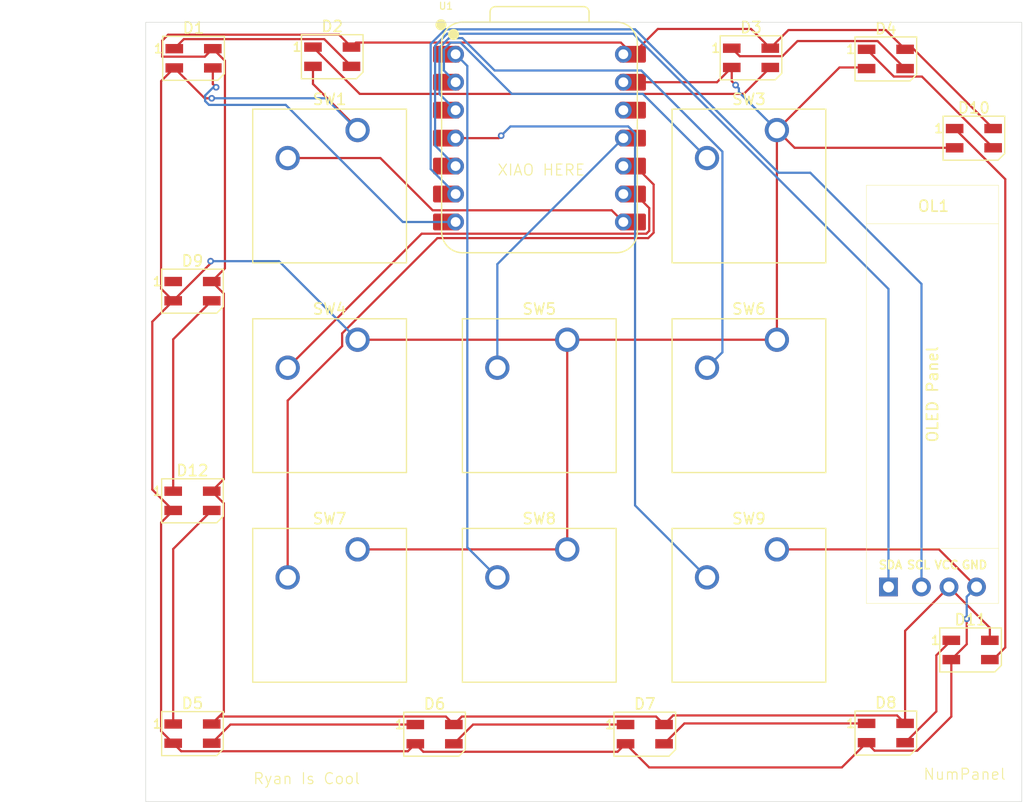
<source format=kicad_pcb>
(kicad_pcb (version 20241229) (generator "pcbnew") (generator_version "9.0")
  (layers (0 "F.Cu" signal) (2 "B.Cu" signal) (13 "F.Paste" user) (15 "B.Paste" user) (5 "F.SilkS" user "F.Silkscreen") (7 "B.SilkS" user "B.Silkscreen") (1 "F.Mask" user) (3 "B.Mask" user) (25 "Edge.Cuts" user))
  (net 0 "")
  (net 1 "Net-(D1-DOUT)")
  (net 2 "GND")
  (net 3 "+5V")
  (net 4 "Net-(D1-DIN)")
  (net 5 "Net-(D2-DOUT)")
  (net 6 "Net-(D3-DOUT)")
  (net 7 "Net-(D10-DIN)")
  (net 8 "Net-(D5-DIN)")
  (net 9 "Net-(D12-DIN)")
  (net 10 "Net-(D6-DIN)")
  (net 11 "Net-(D7-DIN)")
  (net 12 "Net-(D11-DOUT)")
  (net 14 "Net-(D12-DOUT)")
  (net 15 "Net-(D10-DOUT)")
  (net 16 "Net-(OL1-SDA)")
  (net 17 "Net-(OL1-SCL)")
  (net 18 "Net-(U1-GPIO1{slash}RX)")
  (net 19 "Net-(U1-GPIO27{slash}ADC1{slash}A1)")
  (net 20 "Net-(U1-GPIO2{slash}SCK)")
  (net 21 "Net-(U1-GPIO3{slash}MOSI)")
  (net 22 "Net-(U1-GPIO28{slash}ADC2{slash}A2)")
  (net 23 "Net-(U1-GPIO4{slash}MISO)")
  (net 24 "Net-(U1-GPIO26{slash}ADC0{slash}A0)")
  (net 25 "Net-(U1-GPIO29{slash}ADC3{slash}A3)")
  (footprint "LED_SMD:LED_SK6812MINI_PLCC4_3.5x3.5mm_P1.75mm" (layer "F.Cu") (at 131.35 104.575)
    (property "Reference" "D7" (at 0 -2.75 0) (layer "F.SilkS"))
    (property "Value" "SK6812MINI")
    (fp_line (start -2.8 -2) (end -2.8 2) (stroke (width 0.12)) (layer "F.SilkS"))
    (fp_line (start -2.8 -2) (end 2.8 -2) (stroke (width 0.12)) (layer "F.SilkS"))
    (fp_line (start -2.8 2) (end 2.2 2) (stroke (width 0.12)) (layer "F.SilkS"))
    (fp_line (start 2.8 1.4) (end 2.2 2) (stroke (width 0.12)) (layer "F.SilkS"))
    (fp_line (start 2.8 1.4) (end 2.8 -2) (stroke (width 0.12)) (layer "F.SilkS"))
    (fp_text user "1" (at -3.2 -0.875 0) (layer "F.SilkS") (effects (font (size 0.8 0.8))))
    (pad "1" smd rect (at -1.75 -0.875) (size 1.6 0.85) (layers "F.Cu" "F.Mask" "F.Paste") (net 10 "Net-(D6-DIN)"))
    (pad "2" smd rect (at -1.75 0.875) (size 1.6 0.85) (layers "F.Cu" "F.Mask" "F.Paste") (net 2 "GND"))
    (pad "3" smd rect (at 1.75 0.875) (size 1.6 0.85) (layers "F.Cu" "F.Mask" "F.Paste") (net 11 "Net-(D7-DIN)"))
    (pad "4" smd rect (at 1.75 -0.875) (size 1.6 0.85) (layers "F.Cu" "F.Mask" "F.Paste") (net 3 "+5V"))
  )
  (footprint "LED_SMD:LED_SK6812MINI_PLCC4_3.5x3.5mm_P1.75mm" (layer "F.Cu") (at 102.95 43.025)
    (property "Reference" "D2" (at 0 -2.75 0) (layer "F.SilkS"))
    (property "Value" "SK6812MINI")
    (fp_line (start -2.8 -2) (end -2.8 2) (stroke (width 0.12)) (layer "F.SilkS"))
    (fp_line (start -2.8 -2) (end 2.8 -2) (stroke (width 0.12)) (layer "F.SilkS"))
    (fp_line (start -2.8 2) (end 2.2 2) (stroke (width 0.12)) (layer "F.SilkS"))
    (fp_line (start 2.8 1.4) (end 2.2 2) (stroke (width 0.12)) (layer "F.SilkS"))
    (fp_line (start 2.8 1.4) (end 2.8 -2) (stroke (width 0.12)) (layer "F.SilkS"))
    (fp_text user "1" (at -3.2 -0.875 0) (layer "F.SilkS") (effects (font (size 0.8 0.8))))
    (pad "1" smd rect (at -1.75 -0.875) (size 1.6 0.85) (layers "F.Cu" "F.Mask" "F.Paste") (net 5 "Net-(D2-DOUT)"))
    (pad "2" smd rect (at -1.75 0.875) (size 1.6 0.85) (layers "F.Cu" "F.Mask" "F.Paste") (net 2 "GND"))
    (pad "3" smd rect (at 1.75 0.875) (size 1.6 0.85) (layers "F.Cu" "F.Mask" "F.Paste") (net 1 "Net-(D1-DOUT)"))
    (pad "4" smd rect (at 1.75 -0.875) (size 1.6 0.85) (layers "F.Cu" "F.Mask" "F.Paste") (net 3 "+5V"))
  )
  (footprint "LED_SMD:LED_SK6812MINI_PLCC4_3.5x3.5mm_P1.75mm" (layer "F.Cu") (at 141 43.125)
    (property "Reference" "D3" (at 0 -2.75 0) (layer "F.SilkS"))
    (property "Value" "SK6812MINI")
    (fp_line (start -2.8 -2) (end -2.8 2) (stroke (width 0.12)) (layer "F.SilkS"))
    (fp_line (start -2.8 -2) (end 2.8 -2) (stroke (width 0.12)) (layer "F.SilkS"))
    (fp_line (start -2.8 2) (end 2.2 2) (stroke (width 0.12)) (layer "F.SilkS"))
    (fp_line (start 2.8 1.4) (end 2.2 2) (stroke (width 0.12)) (layer "F.SilkS"))
    (fp_line (start 2.8 1.4) (end 2.8 -2) (stroke (width 0.12)) (layer "F.SilkS"))
    (fp_text user "1" (at -3.2 -0.875 0) (layer "F.SilkS") (effects (font (size 0.8 0.8))))
    (pad "1" smd rect (at -1.75 -0.875) (size 1.6 0.85) (layers "F.Cu" "F.Mask" "F.Paste") (net 6 "Net-(D3-DOUT)"))
    (pad "2" smd rect (at -1.75 0.875) (size 1.6 0.85) (layers "F.Cu" "F.Mask" "F.Paste") (net 2 "GND"))
    (pad "3" smd rect (at 1.75 0.875) (size 1.6 0.85) (layers "F.Cu" "F.Mask" "F.Paste") (net 5 "Net-(D2-DOUT)"))
    (pad "4" smd rect (at 1.75 -0.875) (size 1.6 0.85) (layers "F.Cu" "F.Mask" "F.Paste") (net 3 "+5V"))
  )
  (footprint "LED_SMD:LED_SK6812MINI_PLCC4_3.5x3.5mm_P1.75mm" (layer "F.Cu") (at 161.25 50.425)
    (property "Reference" "D10" (at 0 -2.75 0) (layer "F.SilkS"))
    (property "Value" "SK6812MINI")
    (fp_line (start -2.8 -2) (end -2.8 2) (stroke (width 0.12)) (layer "F.SilkS"))
    (fp_line (start -2.8 -2) (end 2.8 -2) (stroke (width 0.12)) (layer "F.SilkS"))
    (fp_line (start -2.8 2) (end 2.2 2) (stroke (width 0.12)) (layer "F.SilkS"))
    (fp_line (start 2.8 1.4) (end 2.2 2) (stroke (width 0.12)) (layer "F.SilkS"))
    (fp_line (start 2.8 1.4) (end 2.8 -2) (stroke (width 0.12)) (layer "F.SilkS"))
    (fp_text user "1" (at -3.2 -0.875 0) (layer "F.SilkS") (effects (font (size 0.8 0.8))))
    (pad "1" smd rect (at -1.75 -0.875) (size 1.6 0.85) (layers "F.Cu" "F.Mask" "F.Paste") (net 15 "Net-(D10-DOUT)"))
    (pad "2" smd rect (at -1.75 0.875) (size 1.6 0.85) (layers "F.Cu" "F.Mask" "F.Paste") (net 2 "GND"))
    (pad "3" smd rect (at 1.75 0.875) (size 1.6 0.85) (layers "F.Cu" "F.Mask" "F.Paste") (net 7 "Net-(D10-DIN)"))
    (pad "4" smd rect (at 1.75 -0.875) (size 1.6 0.85) (layers "F.Cu" "F.Mask" "F.Paste") (net 3 "+5V"))
  )
  (footprint "OLED:SSD1306-0.91-OLED-4pin-128x32" (layer "F.Cu") (at 163.49 54.7 -90)
    (property "Reference" "OL1" (at 1.9 5.91 0) (layer "F.SilkS"))
    (property "Value" "OLED")
    (fp_line (start 0 12) (end 38 12) (stroke (width 0.04)) (layer "F.SilkS"))
    (fp_line (start 38 12) (end 38 0) (stroke (width 0.04)) (layer "F.SilkS"))
    (fp_line (start 0 0) (end 0 12) (stroke (width 0.04)) (layer "F.SilkS"))
    (fp_line (start 3.5 0) (end 3.5 12) (stroke (width 0.04)) (layer "F.SilkS"))
    (fp_line (start 33 0) (end 33 12) (stroke (width 0.04)) (layer "F.SilkS"))
    (fp_line (start 38 0) (end 0 0) (stroke (width 0.04)) (layer "F.SilkS"))
    (fp_text user "SCL" (at 34.5 7.27 0) (layer "F.SilkS") (effects (font (size 0.75 0.75))))
    (fp_text user "OLED Panel" (at 19 6 90) (layer "F.SilkS"))
    (fp_text user "SDA" (at 34.5 9.81 0) (layer "F.SilkS") (effects (font (size 0.75 0.75))))
    (fp_text user "VCC" (at 34.5 4.73 0) (layer "F.SilkS") (effects (font (size 0.75 0.75))))
    (fp_text user "GND" (at 34.5 2.19 0) (layer "F.SilkS") (effects (font (size 0.75 0.75))))
    (pad "1" thru_hole rect (at 36.5 10 270) (size 1.7 1.7) (drill 1) (layers "*.Cu" "*.Mask") (net 16 "Net-(OL1-SDA)"))
    (pad "2" thru_hole oval (at 36.5 7 270) (size 1.7 1.7) (drill 1) (layers "*.Cu" "*.Mask") (net 17 "Net-(OL1-SCL)"))
    (pad "3" thru_hole oval (at 36.5 4.5 270) (size 1.7 1.7) (drill 1) (layers "*.Cu" "*.Mask") (net 3 "+5V"))
    (pad "4" thru_hole oval (at 36.5 2 270) (size 1.7 1.7) (drill 1) (layers "*.Cu" "*.Mask") (net 2 "GND"))
  )
  (footprint "Button_Switch_Keyboard:SW_Cherry_MX_1.00u_PCB" (layer "F.Cu") (at 143.35125 87.78875)
    (property "Reference" "SW9" (at -2.54 -2.794 0) (layer "F.SilkS"))
    (property "Value" "SW_Push")
    (fp_line (start -9.525 -1.905) (end 4.445 -1.905) (stroke (width 0.12)) (layer "F.SilkS"))
    (fp_line (start -9.525 12.065) (end -9.525 -1.905) (stroke (width 0.12)) (layer "F.SilkS"))
    (fp_line (start 4.445 -1.905) (end 4.445 12.065) (stroke (width 0.12)) (layer "F.SilkS"))
    (fp_line (start 4.445 12.065) (end -9.525 12.065) (stroke (width 0.12)) (layer "F.SilkS"))
    (pad "" np_thru_hole circle (at -7.62 5.08) (size 1.7 1.7) (drill 1.7) (layers "*.Cu" "*.Mask"))
    (pad "" np_thru_hole circle (at -2.54 5.08) (size 4 4) (drill 4) (layers "*.Cu" "*.Mask"))
    (pad "" np_thru_hole circle (at 2.54 5.08) (size 1.7 1.7) (drill 1.7) (layers "*.Cu" "*.Mask"))
    (pad "1" thru_hole circle (at 0 0) (size 2.2 2.2) (drill 1.5) (layers "*.Cu" "*.Mask") (net 2 "GND"))
    (pad "2" thru_hole circle (at -6.35 2.54) (size 2.2 2.2) (drill 1.5) (layers "*.Cu" "*.Mask") (net 25 "Net-(U1-GPIO29{slash}ADC3{slash}A3)"))
  )
  (footprint "OPL:XIAO-RP2040-DIP" (layer "F.Cu") (at 121.78 50.42)
    (property "Reference" "U1" (at -8.5 -12 0) (layer "F.SilkS") (effects (font (size 0.635 0.635) (thickness 0.1016))))
    (property "Value" "XIAO-RP2040-DIP")
    (fp_line (start -8.89 8.509) (end -8.89 -8.636) (stroke (width 0.127)) (layer "F.SilkS"))
    (fp_line (start -6.985 10.414) (end 6.985 10.414) (stroke (width 0.127)) (layer "F.SilkS"))
    (fp_line (start -4.495 -10.541) (end -4.491272 -11.451272) (stroke (width 0.127)) (layer "F.SilkS"))
    (fp_line (start -3.991272 -11.951) (end 4.004 -11.951) (stroke (width 0.127)) (layer "F.SilkS"))
    (fp_line (start 4.504 -11.451) (end 4.504 -10.541) (stroke (width 0.127)) (layer "F.SilkS"))
    (fp_line (start 6.985 -10.541) (end -6.985 -10.541) (stroke (width 0.1)) (layer "F.SilkS"))
    (fp_line (start 6.985 -10.541) (end -6.985 -10.541) (stroke (width 0.127)) (layer "F.SilkS"))
    (fp_line (start 8.89 8.509) (end 8.89 -8.636) (stroke (width 0.127)) (layer "F.SilkS"))
    (fp_arc (start -8.89 -8.636) (mid -8.332038 -9.983038) (end -6.985 -10.541) (stroke (width 0.127)) (layer "F.SilkS"))
    (fp_arc (start -6.985 10.414) (mid -8.332038 9.856038) (end -8.89 8.509) (stroke (width 0.127)) (layer "F.SilkS"))
    (fp_arc (start -4.491272 -11.451272) (mid -4.344728 -11.80464) (end -3.991272 -11.951) (stroke (width 0.127)) (layer "F.SilkS"))
    (fp_arc (start 4.004 -11.951) (mid 4.357553 -11.804553) (end 4.504 -11.451) (stroke (width 0.127)) (layer "F.SilkS"))
    (fp_arc (start 6.985 -10.541) (mid 8.332038 -9.983038) (end 8.89 -8.636) (stroke (width 0.127)) (layer "F.SilkS"))
    (fp_arc (start 8.89 8.509) (mid 8.332038 9.856038) (end 6.985 10.414) (stroke (width 0.127)) (layer "F.SilkS"))
    (fp_circle (center -8.95 -10.3) (end -8.95 -10.554) (stroke (width 0.5)) (fill yes) (layer "F.SilkS"))
    (fp_circle (center -7.807 -9.42) (end -7.807 -9.674) (stroke (width 0.5)) (fill yes) (layer "F.SilkS"))
    (pad "1" smd roundrect (at -8.455 -7.62 180) (size 2.432 1.524) (layers "F.Cu" "F.Mask") (roundrect_rratio 0.1) (net 24 "Net-(U1-GPIO26{slash}ADC0{slash}A0)"))
    (pad "1" thru_hole circle (at -7.62 -7.62 180) (size 1.524 1.524) (drill 0.889) (layers "*.Cu" "*.Mask") (net 24 "Net-(U1-GPIO26{slash}ADC0{slash}A0)"))
    (pad "2" smd roundrect (at -8.455 -5.08 180) (size 2.432 1.524) (layers "F.Cu" "F.Mask") (roundrect_rratio 0.1) (net 19 "Net-(U1-GPIO27{slash}ADC1{slash}A1)"))
    (pad "2" thru_hole circle (at -7.62 -5.08 180) (size 1.524 1.524) (drill 0.889) (layers "*.Cu" "*.Mask") (net 19 "Net-(U1-GPIO27{slash}ADC1{slash}A1)"))
    (pad "3" smd roundrect (at -8.455 -2.54 180) (size 2.432 1.524) (layers "F.Cu" "F.Mask") (roundrect_rratio 0.1) (net 22 "Net-(U1-GPIO28{slash}ADC2{slash}A2)"))
    (pad "3" thru_hole circle (at -7.62 -2.54 180) (size 1.524 1.524) (drill 0.889) (layers "*.Cu" "*.Mask") (net 22 "Net-(U1-GPIO28{slash}ADC2{slash}A2)"))
    (pad "4" smd roundrect (at -8.455 0 180) (size 2.432 1.524) (layers "F.Cu" "F.Mask") (roundrect_rratio 0.1) (net 25 "Net-(U1-GPIO29{slash}ADC3{slash}A3)"))
    (pad "4" thru_hole circle (at -7.62 0 180) (size 1.524 1.524) (drill 0.889) (layers "*.Cu" "*.Mask") (net 25 "Net-(U1-GPIO29{slash}ADC3{slash}A3)"))
    (pad "5" smd roundrect (at -8.455 2.54 180) (size 2.432 1.524) (layers "F.Cu" "F.Mask") (roundrect_rratio 0.1) (net 16 "Net-(OL1-SDA)"))
    (pad "5" thru_hole circle (at -7.62 2.54 180) (size 1.524 1.524) (drill 0.889) (layers "*.Cu" "*.Mask") (net 16 "Net-(OL1-SDA)"))
    (pad "6" smd roundrect (at -8.455 5.08 180) (size 2.432 1.524) (layers "F.Cu" "F.Mask") (roundrect_rratio 0.1) (net 17 "Net-(OL1-SCL)"))
    (pad "6" thru_hole circle (at -7.62 5.08 180) (size 1.524 1.524) (drill 0.889) (layers "*.Cu" "*.Mask") (net 17 "Net-(OL1-SCL)"))
    (pad "7" smd roundrect (at -8.455 7.62 180) (size 2.432 1.524) (layers "F.Cu" "F.Mask") (roundrect_rratio 0.1) (net 4 "Net-(D1-DIN)"))
    (pad "7" thru_hole circle (at -7.62 7.62 180) (size 1.524 1.524) (drill 0.889) (layers "*.Cu" "*.Mask") (net 4 "Net-(D1-DIN)"))
    (pad "8" thru_hole circle (at 7.62 7.62) (size 1.524 1.524) (drill 0.889) (layers "*.Cu" "*.Mask") (net 18 "Net-(U1-GPIO1{slash}RX)"))
    (pad "8" smd roundrect (at 8.455 7.62) (size 2.432 1.524) (layers "F.Cu" "F.Mask") (roundrect_rratio 0.1) (net 18 "Net-(U1-GPIO1{slash}RX)"))
    (pad "9" thru_hole circle (at 7.62 5.08) (size 1.524 1.524) (drill 0.889) (layers "*.Cu" "*.Mask") (net 20 "Net-(U1-GPIO2{slash}SCK)"))
    (pad "9" smd roundrect (at 8.455 5.08) (size 2.432 1.524) (layers "F.Cu" "F.Mask") (roundrect_rratio 0.1) (net 20 "Net-(U1-GPIO2{slash}SCK)"))
    (pad "10" thru_hole circle (at 7.62 2.54) (size 1.524 1.524) (drill 0.889) (layers "*.Cu" "*.Mask") (net 23 "Net-(U1-GPIO4{slash}MISO)"))
    (pad "10" smd roundrect (at 8.455 2.54) (size 2.432 1.524) (layers "F.Cu" "F.Mask") (roundrect_rratio 0.1) (net 23 "Net-(U1-GPIO4{slash}MISO)"))
    (pad "11" thru_hole circle (at 7.62 0) (size 1.524 1.524) (drill 0.889) (layers "*.Cu" "*.Mask") (net 21 "Net-(U1-GPIO3{slash}MOSI)"))
    (pad "11" smd roundrect (at 8.455 0) (size 2.432 1.524) (layers "F.Cu" "F.Mask") (roundrect_rratio 0.1) (net 21 "Net-(U1-GPIO3{slash}MOSI)"))
    (pad "12" thru_hole circle (at 7.62 -2.54) (size 1.524 1.524) (drill 0.889) (layers "*.Cu" "*.Mask"))
    (pad "12" smd roundrect (at 8.455 -2.54) (size 2.432 1.524) (layers "F.Cu" "F.Mask") (roundrect_rratio 0.1))
    (pad "13" thru_hole circle (at 7.62 -5.08) (size 1.524 1.524) (drill 0.889) (layers "*.Cu" "*.Mask") (net 2 "GND"))
    (pad "13" smd roundrect (at 8.455 -5.08) (size 2.432 1.524) (layers "F.Cu" "F.Mask") (roundrect_rratio 0.1) (net 2 "GND"))
    (pad "14" thru_hole circle (at 7.62 -7.62) (size 1.524 1.524) (drill 0.889) (layers "*.Cu" "*.Mask") (net 3 "+5V"))
    (pad "14" smd roundrect (at 8.455 -7.62) (size 2.432 1.524) (layers "F.Cu" "F.Mask") (roundrect_rratio 0.1) (net 3 "+5V"))
  )
  (footprint "Button_Switch_Keyboard:SW_Cherry_MX_1.00u_PCB" (layer "F.Cu") (at 105.25125 68.73875)
    (property "Reference" "SW4" (at -2.54 -2.794 0) (layer "F.SilkS"))
    (property "Value" "SW_Push")
    (fp_line (start -9.525 -1.905) (end 4.445 -1.905) (stroke (width 0.12)) (layer "F.SilkS"))
    (fp_line (start -9.525 12.065) (end -9.525 -1.905) (stroke (width 0.12)) (layer "F.SilkS"))
    (fp_line (start 4.445 -1.905) (end 4.445 12.065) (stroke (width 0.12)) (layer "F.SilkS"))
    (fp_line (start 4.445 12.065) (end -9.525 12.065) (stroke (width 0.12)) (layer "F.SilkS"))
    (pad "" np_thru_hole circle (at -7.62 5.08) (size 1.7 1.7) (drill 1.7) (layers "*.Cu" "*.Mask"))
    (pad "" np_thru_hole circle (at -2.54 5.08) (size 4 4) (drill 4) (layers "*.Cu" "*.Mask"))
    (pad "" np_thru_hole circle (at 2.54 5.08) (size 1.7 1.7) (drill 1.7) (layers "*.Cu" "*.Mask"))
    (pad "1" thru_hole circle (at 0 0) (size 2.2 2.2) (drill 1.5) (layers "*.Cu" "*.Mask") (net 2 "GND"))
    (pad "2" thru_hole circle (at -6.35 2.54) (size 2.2 2.2) (drill 1.5) (layers "*.Cu" "*.Mask") (net 20 "Net-(U1-GPIO2{slash}SCK)"))
  )
  (footprint "LED_SMD:LED_SK6812MINI_PLCC4_3.5x3.5mm_P1.75mm" (layer "F.Cu") (at 112.25 104.575)
    (property "Reference" "D6" (at 0 -2.75 0) (layer "F.SilkS"))
    (property "Value" "SK6812MINI")
    (fp_line (start -2.8 -2) (end -2.8 2) (stroke (width 0.12)) (layer "F.SilkS"))
    (fp_line (start -2.8 -2) (end 2.8 -2) (stroke (width 0.12)) (layer "F.SilkS"))
    (fp_line (start -2.8 2) (end 2.2 2) (stroke (width 0.12)) (layer "F.SilkS"))
    (fp_line (start 2.8 1.4) (end 2.2 2) (stroke (width 0.12)) (layer "F.SilkS"))
    (fp_line (start 2.8 1.4) (end 2.8 -2) (stroke (width 0.12)) (layer "F.SilkS"))
    (fp_text user "1" (at -3.2 -0.875 0) (layer "F.SilkS") (effects (font (size 0.8 0.8))))
    (pad "1" smd rect (at -1.75 -0.875) (size 1.6 0.85) (layers "F.Cu" "F.Mask" "F.Paste") (net 8 "Net-(D5-DIN)"))
    (pad "2" smd rect (at -1.75 0.875) (size 1.6 0.85) (layers "F.Cu" "F.Mask" "F.Paste") (net 2 "GND"))
    (pad "3" smd rect (at 1.75 0.875) (size 1.6 0.85) (layers "F.Cu" "F.Mask" "F.Paste") (net 10 "Net-(D6-DIN)"))
    (pad "4" smd rect (at 1.75 -0.875) (size 1.6 0.85) (layers "F.Cu" "F.Mask" "F.Paste") (net 3 "+5V"))
  )
  (footprint "LED_SMD:LED_SK6812MINI_PLCC4_3.5x3.5mm_P1.75mm" (layer "F.Cu") (at 153.25 43.225)
    (property "Reference" "D4" (at 0 -2.75 0) (layer "F.SilkS"))
    (property "Value" "SK6812MINI")
    (fp_line (start -2.8 -2) (end -2.8 2) (stroke (width 0.12)) (layer "F.SilkS"))
    (fp_line (start -2.8 -2) (end 2.8 -2) (stroke (width 0.12)) (layer "F.SilkS"))
    (fp_line (start -2.8 2) (end 2.2 2) (stroke (width 0.12)) (layer "F.SilkS"))
    (fp_line (start 2.8 1.4) (end 2.2 2) (stroke (width 0.12)) (layer "F.SilkS"))
    (fp_line (start 2.8 1.4) (end 2.8 -2) (stroke (width 0.12)) (layer "F.SilkS"))
    (fp_text user "1" (at -3.2 -0.875 0) (layer "F.SilkS") (effects (font (size 0.8 0.8))))
    (pad "1" smd rect (at -1.75 -0.875) (size 1.6 0.85) (layers "F.Cu" "F.Mask" "F.Paste") (net 7 "Net-(D10-DIN)"))
    (pad "2" smd rect (at -1.75 0.875) (size 1.6 0.85) (layers "F.Cu" "F.Mask" "F.Paste") (net 2 "GND"))
    (pad "3" smd rect (at 1.75 0.875) (size 1.6 0.85) (layers "F.Cu" "F.Mask" "F.Paste") (net 6 "Net-(D3-DOUT)"))
    (pad "4" smd rect (at 1.75 -0.875) (size 1.6 0.85) (layers "F.Cu" "F.Mask" "F.Paste") (net 3 "+5V"))
  )
  (footprint "LED_SMD:LED_SK6812MINI_PLCC4_3.5x3.5mm_P1.75mm" (layer "F.Cu") (at 90.35 43.167)
    (property "Reference" "D1" (at 0 -2.75 0) (layer "F.SilkS"))
    (property "Value" "SK6812MINI")
    (fp_line (start -2.8 -2) (end -2.8 2) (stroke (width 0.12)) (layer "F.SilkS"))
    (fp_line (start -2.8 -2) (end 2.8 -2) (stroke (width 0.12)) (layer "F.SilkS"))
    (fp_line (start -2.8 2) (end 2.2 2) (stroke (width 0.12)) (layer "F.SilkS"))
    (fp_line (start 2.8 1.4) (end 2.2 2) (stroke (width 0.12)) (layer "F.SilkS"))
    (fp_line (start 2.8 1.4) (end 2.8 -2) (stroke (width 0.12)) (layer "F.SilkS"))
    (fp_text user "1" (at -3.2 -0.875 0) (layer "F.SilkS") (effects (font (size 0.8 0.8))))
    (pad "1" smd rect (at -1.75 -0.875) (size 1.6 0.85) (layers "F.Cu" "F.Mask" "F.Paste") (net 1 "Net-(D1-DOUT)"))
    (pad "2" smd rect (at -1.75 0.875) (size 1.6 0.85) (layers "F.Cu" "F.Mask" "F.Paste") (net 2 "GND"))
    (pad "3" smd rect (at 1.75 0.875) (size 1.6 0.85) (layers "F.Cu" "F.Mask" "F.Paste") (net 4 "Net-(D1-DIN)"))
    (pad "4" smd rect (at 1.75 -0.875) (size 1.6 0.85) (layers "F.Cu" "F.Mask" "F.Paste") (net 3 "+5V"))
  )
  (footprint "Button_Switch_Keyboard:SW_Cherry_MX_1.00u_PCB" (layer "F.Cu") (at 143.35125 68.73875)
    (property "Reference" "SW6" (at -2.54 -2.794 0) (layer "F.SilkS"))
    (property "Value" "SW_Push")
    (fp_line (start -9.525 -1.905) (end 4.445 -1.905) (stroke (width 0.12)) (layer "F.SilkS"))
    (fp_line (start -9.525 12.065) (end -9.525 -1.905) (stroke (width 0.12)) (layer "F.SilkS"))
    (fp_line (start 4.445 -1.905) (end 4.445 12.065) (stroke (width 0.12)) (layer "F.SilkS"))
    (fp_line (start 4.445 12.065) (end -9.525 12.065) (stroke (width 0.12)) (layer "F.SilkS"))
    (pad "" np_thru_hole circle (at -7.62 5.08) (size 1.7 1.7) (drill 1.7) (layers "*.Cu" "*.Mask"))
    (pad "" np_thru_hole circle (at -2.54 5.08) (size 4 4) (drill 4) (layers "*.Cu" "*.Mask"))
    (pad "" np_thru_hole circle (at 2.54 5.08) (size 1.7 1.7) (drill 1.7) (layers "*.Cu" "*.Mask"))
    (pad "1" thru_hole circle (at 0 0) (size 2.2 2.2) (drill 1.5) (layers "*.Cu" "*.Mask") (net 2 "GND"))
    (pad "2" thru_hole circle (at -6.35 2.54) (size 2.2 2.2) (drill 1.5) (layers "*.Cu" "*.Mask") (net 22 "Net-(U1-GPIO28{slash}ADC2{slash}A2)"))
  )
  (footprint "LED_SMD:LED_SK6812MINI_PLCC4_3.5x3.5mm_P1.75mm" (layer "F.Cu") (at 90.25 64.325)
    (property "Reference" "D9" (at 0 -2.75 0) (layer "F.SilkS"))
    (property "Value" "SK6812MINI")
    (fp_line (start -2.8 -2) (end -2.8 2) (stroke (width 0.12)) (layer "F.SilkS"))
    (fp_line (start -2.8 -2) (end 2.8 -2) (stroke (width 0.12)) (layer "F.SilkS"))
    (fp_line (start -2.8 2) (end 2.2 2) (stroke (width 0.12)) (layer "F.SilkS"))
    (fp_line (start 2.8 1.4) (end 2.2 2) (stroke (width 0.12)) (layer "F.SilkS"))
    (fp_line (start 2.8 1.4) (end 2.8 -2) (stroke (width 0.12)) (layer "F.SilkS"))
    (fp_text user "1" (at -3.2 -0.875 0) (layer "F.SilkS") (effects (font (size 0.8 0.8))))
    (pad "1" smd rect (at -1.75 -0.875) (size 1.6 0.85) (layers "F.Cu" "F.Mask" "F.Paste"))
    (pad "2" smd rect (at -1.75 0.875) (size 1.6 0.85) (layers "F.Cu" "F.Mask" "F.Paste") (net 2 "GND"))
    (pad "3" smd rect (at 1.75 0.875) (size 1.6 0.85) (layers "F.Cu" "F.Mask" "F.Paste") (net 14 "Net-(D12-DOUT)"))
    (pad "4" smd rect (at 1.75 -0.875) (size 1.6 0.85) (layers "F.Cu" "F.Mask" "F.Paste") (net 3 "+5V"))
  )
  (footprint "LED_SMD:LED_SK6812MINI_PLCC4_3.5x3.5mm_P1.75mm" (layer "F.Cu") (at 153.25 104.475)
    (property "Reference" "D8" (at 0 -2.75 0) (layer "F.SilkS"))
    (property "Value" "SK6812MINI" (hide yes))
    (fp_line (start -2.8 -2) (end -2.8 2) (stroke (width 0.12)) (layer "F.SilkS"))
    (fp_line (start -2.8 -2) (end 2.8 -2) (stroke (width 0.12)) (layer "F.SilkS"))
    (fp_line (start -2.8 2) (end 2.2 2) (stroke (width 0.12)) (layer "F.SilkS"))
    (fp_line (start 2.8 1.4) (end 2.2 2) (stroke (width 0.12)) (layer "F.SilkS"))
    (fp_line (start 2.8 1.4) (end 2.8 -2) (stroke (width 0.12)) (layer "F.SilkS"))
    (fp_text user "1" (at -3.2 -0.875 0) (layer "F.SilkS") (effects (font (size 0.8 0.8))))
    (pad "1" smd rect (at -1.75 -0.875) (size 1.6 0.85) (layers "F.Cu" "F.Mask" "F.Paste") (net 11 "Net-(D7-DIN)"))
    (pad "2" smd rect (at -1.75 0.875) (size 1.6 0.85) (layers "F.Cu" "F.Mask" "F.Paste") (net 2 "GND"))
    (pad "3" smd rect (at 1.75 0.875) (size 1.6 0.85) (layers "F.Cu" "F.Mask" "F.Paste") (net 12 "Net-(D11-DOUT)"))
    (pad "4" smd rect (at 1.75 -0.875) (size 1.6 0.85) (layers "F.Cu" "F.Mask" "F.Paste") (net 3 "+5V"))
  )
  (footprint "Button_Switch_Keyboard:SW_Cherry_MX_1.00u_PCB" (layer "F.Cu") (at 124.30125 87.78875)
    (property "Reference" "SW8" (at -2.54 -2.794 0) (layer "F.SilkS"))
    (property "Value" "SW_Push")
    (fp_line (start -9.525 -1.905) (end 4.445 -1.905) (stroke (width 0.12)) (layer "F.SilkS"))
    (fp_line (start -9.525 12.065) (end -9.525 -1.905) (stroke (width 0.12)) (layer "F.SilkS"))
    (fp_line (start 4.445 -1.905) (end 4.445 12.065) (stroke (width 0.12)) (layer "F.SilkS"))
    (fp_line (start 4.445 12.065) (end -9.525 12.065) (stroke (width 0.12)) (layer "F.SilkS"))
    (pad "" np_thru_hole circle (at -7.62 5.08) (size 1.7 1.7) (drill 1.7) (layers "*.Cu" "*.Mask"))
    (pad "" np_thru_hole circle (at -2.54 5.08) (size 4 4) (drill 4) (layers "*.Cu" "*.Mask"))
    (pad "" np_thru_hole circle (at 2.54 5.08) (size 1.7 1.7) (drill 1.7) (layers "*.Cu" "*.Mask"))
    (pad "1" thru_hole circle (at 0 0) (size 2.2 2.2) (drill 1.5) (layers "*.Cu" "*.Mask") (net 2 "GND"))
    (pad "2" thru_hole circle (at -6.35 2.54) (size 2.2 2.2) (drill 1.5) (layers "*.Cu" "*.Mask") (net 24 "Net-(U1-GPIO26{slash}ADC0{slash}A0)"))
  )
  (footprint "Button_Switch_Keyboard:SW_Cherry_MX_1.00u_PCB" (layer "F.Cu") (at 143.35125 49.68875)
    (property "Reference" "SW3" (at -2.54 -2.794 0) (layer "F.SilkS"))
    (property "Value" "SW_Push")
    (fp_line (start -9.525 -1.905) (end 4.445 -1.905) (stroke (width 0.12)) (layer "F.SilkS"))
    (fp_line (start -9.525 12.065) (end -9.525 -1.905) (stroke (width 0.12)) (layer "F.SilkS"))
    (fp_line (start 4.445 -1.905) (end 4.445 12.065) (stroke (width 0.12)) (layer "F.SilkS"))
    (fp_line (start 4.445 12.065) (end -9.525 12.065) (stroke (width 0.12)) (layer "F.SilkS"))
    (pad "" np_thru_hole circle (at -7.62 5.08) (size 1.7 1.7) (drill 1.7) (layers "*.Cu" "*.Mask"))
    (pad "" np_thru_hole circle (at -2.54 5.08) (size 4 4) (drill 4) (layers "*.Cu" "*.Mask"))
    (pad "" np_thru_hole circle (at 2.54 5.08) (size 1.7 1.7) (drill 1.7) (layers "*.Cu" "*.Mask"))
    (pad "1" thru_hole circle (at 0 0) (size 2.2 2.2) (drill 1.5) (layers "*.Cu" "*.Mask") (net 2 "GND"))
    (pad "2" thru_hole circle (at -6.35 2.54) (size 2.2 2.2) (drill 1.5) (layers "*.Cu" "*.Mask") (net 19 "Net-(U1-GPIO27{slash}ADC1{slash}A1)"))
  )
  (footprint "LED_SMD:LED_SK6812MINI_PLCC4_3.5x3.5mm_P1.75mm" (layer "F.Cu") (at 160.95 96.925)
    (property "Reference" "D11" (at 0 -2.75 0) (layer "F.SilkS"))
    (property "Value" "SK6812MINI")
    (fp_line (start -2.8 -2) (end -2.8 2) (stroke (width 0.12)) (layer "F.SilkS"))
    (fp_line (start -2.8 -2) (end 2.8 -2) (stroke (width 0.12)) (layer "F.SilkS"))
    (fp_line (start -2.8 2) (end 2.2 2) (stroke (width 0.12)) (layer "F.SilkS"))
    (fp_line (start 2.8 1.4) (end 2.2 2) (stroke (width 0.12)) (layer "F.SilkS"))
    (fp_line (start 2.8 1.4) (end 2.8 -2) (stroke (width 0.12)) (layer "F.SilkS"))
    (fp_text user "1" (at -3.2 -0.875 0) (layer "F.SilkS") (effects (font (size 0.8 0.8))))
    (pad "1" smd rect (at -1.75 -0.875) (size 1.6 0.85) (layers "F.Cu" "F.Mask" "F.Paste") (net 12 "Net-(D11-DOUT)"))
    (pad "2" smd rect (at -1.75 0.875) (size 1.6 0.85) (layers "F.Cu" "F.Mask" "F.Paste") (net 2 "GND"))
    (pad "3" smd rect (at 1.75 0.875) (size 1.6 0.85) (layers "F.Cu" "F.Mask" "F.Paste") (net 15 "Net-(D10-DOUT)"))
    (pad "4" smd rect (at 1.75 -0.875) (size 1.6 0.85) (layers "F.Cu" "F.Mask" "F.Paste") (net 3 "+5V"))
  )
  (footprint "LED_SMD:LED_SK6812MINI_PLCC4_3.5x3.5mm_P1.75mm" (layer "F.Cu") (at 90.25 83.375)
    (property "Reference" "D12" (at 0 -2.75 0) (layer "F.SilkS"))
    (property "Value" "SK6812MINI")
    (fp_line (start -2.8 -2) (end -2.8 2) (stroke (width 0.12)) (layer "F.SilkS"))
    (fp_line (start -2.8 -2) (end 2.8 -2) (stroke (width 0.12)) (layer "F.SilkS"))
    (fp_line (start -2.8 2) (end 2.2 2) (stroke (width 0.12)) (layer "F.SilkS"))
    (fp_line (start 2.8 1.4) (end 2.2 2) (stroke (width 0.12)) (layer "F.SilkS"))
    (fp_line (start 2.8 1.4) (end 2.8 -2) (stroke (width 0.12)) (layer "F.SilkS"))
    (fp_text user "1" (at -3.2 -0.875 0) (layer "F.SilkS") (effects (font (size 0.8 0.8))))
    (pad "1" smd rect (at -1.75 -0.875) (size 1.6 0.85) (layers "F.Cu" "F.Mask" "F.Paste") (net 14 "Net-(D12-DOUT)"))
    (pad "2" smd rect (at -1.75 0.875) (size 1.6 0.85) (layers "F.Cu" "F.Mask" "F.Paste") (net 2 "GND"))
    (pad "3" smd rect (at 1.75 0.875) (size 1.6 0.85) (layers "F.Cu" "F.Mask" "F.Paste") (net 9 "Net-(D12-DIN)"))
    (pad "4" smd rect (at 1.75 -0.875) (size 1.6 0.85) (layers "F.Cu" "F.Mask" "F.Paste") (net 3 "+5V"))
  )
  (footprint "Button_Switch_Keyboard:SW_Cherry_MX_1.00u_PCB" (layer "F.Cu") (at 124.30125 68.73875)
    (property "Reference" "SW5" (at -2.54 -2.794 0) (layer "F.SilkS"))
    (property "Value" "SW_Push")
    (fp_line (start -9.525 -1.905) (end 4.445 -1.905) (stroke (width 0.12)) (layer "F.SilkS"))
    (fp_line (start -9.525 12.065) (end -9.525 -1.905) (stroke (width 0.12)) (layer "F.SilkS"))
    (fp_line (start 4.445 -1.905) (end 4.445 12.065) (stroke (width 0.12)) (layer "F.SilkS"))
    (fp_line (start 4.445 12.065) (end -9.525 12.065) (stroke (width 0.12)) (layer "F.SilkS"))
    (pad "" np_thru_hole circle (at -7.62 5.08) (size 1.7 1.7) (drill 1.7) (layers "*.Cu" "*.Mask"))
    (pad "" np_thru_hole circle (at -2.54 5.08) (size 4 4) (drill 4) (layers "*.Cu" "*.Mask"))
    (pad "" np_thru_hole circle (at 2.54 5.08) (size 1.7 1.7) (drill 1.7) (layers "*.Cu" "*.Mask"))
    (pad "1" thru_hole circle (at 0 0) (size 2.2 2.2) (drill 1.5) (layers "*.Cu" "*.Mask") (net 2 "GND"))
    (pad "2" thru_hole circle (at -6.35 2.54) (size 2.2 2.2) (drill 1.5) (layers "*.Cu" "*.Mask") (net 21 "Net-(U1-GPIO3{slash}MOSI)"))
  )
  (footprint "Button_Switch_Keyboard:SW_Cherry_MX_1.00u_PCB" (layer "F.Cu") (at 105.25125 49.68875)
    (property "Reference" "SW1" (at -2.54 -2.794 0) (layer "F.SilkS"))
    (property "Value" "SW_Push")
    (fp_line (start -9.525 -1.905) (end 4.445 -1.905) (stroke (width 0.12)) (layer "F.SilkS"))
    (fp_line (start -9.525 12.065) (end -9.525 -1.905) (stroke (width 0.12)) (layer "F.SilkS"))
    (fp_line (start 4.445 -1.905) (end 4.445 12.065) (stroke (width 0.12)) (layer "F.SilkS"))
    (fp_line (start 4.445 12.065) (end -9.525 12.065) (stroke (width 0.12)) (layer "F.SilkS"))
    (pad "" np_thru_hole circle (at -7.62 5.08) (size 1.7 1.7) (drill 1.7) (layers "*.Cu" "*.Mask"))
    (pad "" np_thru_hole circle (at -2.54 5.08) (size 4 4) (drill 4) (layers "*.Cu" "*.Mask"))
    (pad "" np_thru_hole circle (at 2.54 5.08) (size 1.7 1.7) (drill 1.7) (layers "*.Cu" "*.Mask"))
    (pad "1" thru_hole circle (at 0 0) (size 2.2 2.2) (drill 1.5) (layers "*.Cu" "*.Mask") (net 2 "GND"))
    (pad "2" thru_hole circle (at -6.35 2.54) (size 2.2 2.2) (drill 1.5) (layers "*.Cu" "*.Mask") (net 18 "Net-(U1-GPIO1{slash}RX)"))
  )
  (footprint "Button_Switch_Keyboard:SW_Cherry_MX_1.00u_PCB" (layer "F.Cu") (at 105.25125 87.78875)
    (property "Reference" "SW7" (at -2.54 -2.794 0) (layer "F.SilkS"))
    (property "Value" "SW_Push")
    (fp_line (start -9.525 -1.905) (end 4.445 -1.905) (stroke (width 0.12)) (layer "F.SilkS"))
    (fp_line (start -9.525 12.065) (end -9.525 -1.905) (stroke (width 0.12)) (layer "F.SilkS"))
    (fp_line (start 4.445 -1.905) (end 4.445 12.065) (stroke (width 0.12)) (layer "F.SilkS"))
    (fp_line (start 4.445 12.065) (end -9.525 12.065) (stroke (width 0.12)) (layer "F.SilkS"))
    (pad "" np_thru_hole circle (at -7.62 5.08) (size 1.7 1.7) (drill 1.7) (layers "*.Cu" "*.Mask"))
    (pad "" np_thru_hole circle (at -2.54 5.08) (size 4 4) (drill 4) (layers "*.Cu" "*.Mask"))
    (pad "" np_thru_hole circle (at 2.54 5.08) (size 1.7 1.7) (drill 1.7) (layers "*.Cu" "*.Mask"))
    (pad "1" thru_hole circle (at 0 0) (size 2.2 2.2) (drill 1.5) (layers "*.Cu" "*.Mask") (net 2 "GND"))
    (pad "2" thru_hole circle (at -6.35 2.54) (size 2.2 2.2) (drill 1.5) (layers "*.Cu" "*.Mask") (net 23 "Net-(U1-GPIO4{slash}MISO)"))
  )
  (footprint "LED_SMD:LED_SK6812MINI_PLCC4_3.5x3.5mm_P1.75mm" (layer "F.Cu") (at 90.25 104.525)
    (property "Reference" "D5" (at 0 -2.75 0) (layer "F.SilkS"))
    (property "Value" "SK6812MINI")
    (fp_line (start -2.8 -2) (end -2.8 2) (stroke (width 0.12)) (layer "F.SilkS"))
    (fp_line (start -2.8 -2) (end 2.8 -2) (stroke (width 0.12)) (layer "F.SilkS"))
    (fp_line (start -2.8 2) (end 2.2 2) (stroke (width 0.12)) (layer "F.SilkS"))
    (fp_line (start 2.8 1.4) (end 2.2 2) (stroke (width 0.12)) (layer "F.SilkS"))
    (fp_line (start 2.8 1.4) (end 2.8 -2) (stroke (width 0.12)) (layer "F.SilkS"))
    (fp_text user "1" (at -3.2 -0.875 0) (layer "F.SilkS") (effects (font (size 0.8 0.8))))
    (pad "1" smd rect (at -1.75 -0.875) (size 1.6 0.85) (layers "F.Cu" "F.Mask" "F.Paste") (net 9 "Net-(D12-DIN)"))
    (pad "2" smd rect (at -1.75 0.875) (size 1.6 0.85) (layers "F.Cu" "F.Mask" "F.Paste") (net 2 "GND"))
    (pad "3" smd rect (at 1.75 0.875) (size 1.6 0.85) (layers "F.Cu" "F.Mask" "F.Paste") (net 8 "Net-(D5-DIN)"))
    (pad "4" smd rect (at 1.75 -0.875) (size 1.6 0.85) (layers "F.Cu" "F.Mask" "F.Paste") (net 3 "+5V"))
  )
  (gr_rect (start 86 39.9) (end 165.6 110.7) (stroke (width 0.05)) (fill no) (layer "Edge.Cuts"))
  (gr_text "Ryan Is Cool" (at 95.7 109.2 0) (layer "F.SilkS") (effects (font (size 1 1) (thickness 0.1)) (justify left bottom)))
  (gr_text "XIAO HERE" (at 117.9 53.9 0) (layer "F.SilkS") (effects (font (size 1 1) (thickness 0.1)) (justify left bottom)))
  (gr_text "NumPanel" (at 156.6 108.8 0) (layer "F.SilkS") (effects (font (size 1 1) (thickness 0.1)) (justify left bottom)))
  (segment (start 102.225 41.425) (end 104.7 43.9) (width 0.2) (layer "F.Cu") (net 1))
  (segment (start 88.6 42.292) (end 89.467 41.425) (width 0.2) (layer "F.Cu") (net 1))
  (segment (start 89.467 41.425) (end 102.225 41.425) (width 0.2) (layer "F.Cu") (net 1))
  (segment (start 88.6 44.042) (end 91.358 46.8) (width 0.2) (layer "F.Cu") (net 2))
  (segment (start 88.5 84.25) (end 87.399 85.351) (width 0.2) (layer "F.Cu") (net 2))
  (segment (start 160.6 96.4) (end 160.6 94.1) (width 0.2) (layer "F.Cu") (net 2))
  (segment (start 101.2 45.5) (end 101.2 43.9) (width 0.2) (layer "F.Cu") (net 2))
  (segment (start 86.6 67.1) (end 86.6 82.35) (width 0.2) (layer "F.Cu") (net 2))
  (segment (start 105.25125 49.68875) (end 105.25125 49.55125) (width 0.2) (layer "F.Cu") (net 2))
  (segment (start 124.30125 68.73875) (end 124.30125 87.78875) (width 0.2) (layer "F.Cu") (net 2))
  (segment (start 143.35125 49.68875) (end 144.9625 51.3) (width 0.2) (layer "F.Cu") (net 2))
  (segment (start 161.49 91.2) (end 158.07875 87.78875) (width 0.2) (layer "F.Cu") (net 2))
  (segment (start 159.2 102.977) (end 159.2 97.8) (width 0.2) (layer "F.Cu") (net 2))
  (segment (start 152.226 106.076) (end 156.101 106.076) (width 0.2) (layer "F.Cu") (net 2))
  (segment (start 87.399 104.299) (end 88.5 105.4) (width 0.2) (layer "F.Cu") (net 2))
  (segment (start 151.5 105.35) (end 152.226 106.076) (width 0.2) (layer "F.Cu") (net 2))
  (segment (start 137.91 45.34) (end 139.25 44) (width 0.2) (layer "F.Cu") (net 2))
  (segment (start 151.5 44) (end 149.04 44) (width 0.2) (layer "F.Cu") (net 2))
  (segment (start 159.2 97.8) (end 160.6 96.4) (width 0.2) (layer "F.Cu") (net 2))
  (segment (start 86.6 82.35) (end 88.5 84.25) (width 0.2) (layer "F.Cu") (net 2))
  (segment (start 143.35125 68.73875) (end 143.35125 49.68875) (width 0.2) (layer "F.Cu") (net 2))
  (segment (start 139.25 44) (end 139.25 45.25) (width 0.2) (layer "F.Cu") (net 2))
  (segment (start 91.358 46.8) (end 92 46.8) (width 0.2) (layer "F.Cu") (net 2))
  (segment (start 124.30125 68.73875) (end 105.25125 68.73875) (width 0.2) (layer "F.Cu") (net 2))
  (segment (start 88.5 105.4) (end 89.226 106.126) (width 0.2) (layer "F.Cu") (net 2))
  (segment (start 131.75 107.6) (end 149.25 107.6) (width 0.2) (layer "F.Cu") (net 2))
  (segment (start 88.5 65.2) (end 86.6 67.1) (width 0.2) (layer "F.Cu") (net 2))
  (segment (start 87.399 45.243) (end 87.399 64.099) (width 0.2) (layer "F.Cu") (net 2))
  (segment (start 88.5 65.2) (end 91.9 61.8) (width 0.2) (layer "F.Cu") (net 2))
  (segment (start 156.101 106.076) (end 159.2 102.977) (width 0.2) (layer "F.Cu") (net 2))
  (segment (start 110.5 105.45) (end 111.226 106.176) (width 0.2) (layer "F.Cu") (net 2))
  (segment (start 91.9 61.8) (end 91.9 61.6) (width 0.2) (layer "F.Cu") (net 2))
  (segment (start 149.25 107.6) (end 151.5 105.35) (width 0.2) (layer "F.Cu") (net 2))
  (segment (start 87.399 64.099) (end 88.5 65.2) (width 0.2) (layer "F.Cu") (net 2))
  (segment (start 139.25 45.25) (end 139.6 45.6) (width 0.2) (layer "F.Cu") (net 2))
  (segment (start 128.874 106.176) (end 129.6 105.45) (width 0.2) (layer "F.Cu") (net 2))
  (segment (start 87.399 85.351) (end 87.399 104.299) (width 0.2) (layer "F.Cu") (net 2))
  (segment (start 111.226 106.176) (end 128.874 106.176) (width 0.2) (layer "F.Cu") (net 2))
  (segment (start 129.4 45.34) (end 137.91 45.34) (width 0.2) (layer "F.Cu") (net 2))
  (segment (start 129.6 105.45) (end 131.75 107.6) (width 0.2) (layer "F.Cu") (net 2))
  (segment (start 144.9625 51.3) (end 159.5 51.3) (width 0.2) (layer "F.Cu") (net 2))
  (segment (start 124.30125 68.73875) (end 143.35125 68.73875) (width 0.2) (layer "F.Cu") (net 2))
  (segment (start 88.6 44.042) (end 87.399 45.243) (width 0.2) (layer "F.Cu") (net 2))
  (segment (start 89.226 106.126) (end 109.824 106.126) (width 0.2) (layer "F.Cu") (net 2))
  (segment (start 105.25125 49.55125) (end 101.2 45.5) (width 0.2) (layer "F.Cu") (net 2))
  (segment (start 105.25125 87.78875) (end 124.30125 87.78875) (width 0.2) (layer "F.Cu") (net 2))
  (segment (start 151.5 44.1) (end 151.5 44) (width 0.2) (layer "F.Cu") (net 2))
  (segment (start 149.04 44) (end 143.35125 49.68875) (width 0.2) (layer "F.Cu") (net 2))
  (segment (start 109.824 106.126) (end 110.5 105.45) (width 0.2) (layer "F.Cu") (net 2))
  (segment (start 158.07875 87.78875) (end 143.35125 87.78875) (width 0.2) (layer "F.Cu") (net 2))
  (via (at 160.6 94.1) (size 0.6) (drill 0.3) (layers "F.Cu" "B.Cu") (net 2))
  (via (at 91.9 61.6) (size 0.6) (drill 0.3) (layers "F.Cu" "B.Cu") (net 2))
  (via (at 92 46.8) (size 0.6) (drill 0.3) (layers "F.Cu" "B.Cu") (net 2))
  (via (at 139.6 45.6) (size 0.6) (drill 0.3) (layers "F.Cu" "B.Cu") (net 2))
  (segment (start 139.9 46.2375) (end 143.35125 49.68875) (width 0.2) (layer "B.Cu") (net 2))
  (segment (start 92 46.8) (end 102.3625 46.8) (width 0.2) (layer "B.Cu") (net 2))
  (segment (start 160.6 94.1) (end 160.6 92.09) (width 0.2) (layer "B.Cu") (net 2))
  (segment (start 98.1125 61.6) (end 105.25125 68.73875) (width 0.2) (layer "B.Cu") (net 2))
  (segment (start 139.9 45.9) (end 139.9 46.2375) (width 0.2) (layer "B.Cu") (net 2))
  (segment (start 139.6 45.6) (end 139.9 45.9) (width 0.2) (layer "B.Cu") (net 2))
  (segment (start 91.9 61.6) (end 98.1125 61.6) (width 0.2) (layer "B.Cu") (net 2))
  (segment (start 160.6 92.09) (end 161.49 91.2) (width 0.2) (layer "B.Cu") (net 2))
  (segment (start 102.3625 46.8) (end 105.25125 49.68875) (width 0.2) (layer "B.Cu") (net 2))
  (segment (start 92 82.5) (end 93.101 83.601) (width 0.2) (layer "F.Cu") (net 3))
  (segment (start 87.499 41.566) (end 87.499 43.018) (width 0.2) (layer "F.Cu") (net 3))
  (segment (start 93.101 83.601) (end 93.101 102.549) (width 0.2) (layer "F.Cu") (net 3))
  (segment (start 162.7 96.05) (end 162.7 94.91) (width 0.2) (layer "F.Cu") (net 3))
  (segment (start 142.75 42.25) (end 141.001 40.501) (width 0.2) (layer "F.Cu") (net 3))
  (segment (start 133.1 103.7) (end 133.926 102.874) (width 0.2) (layer "F.Cu") (net 3))
  (segment (start 114.726 102.974) (end 132.374 102.974) (width 0.2) (layer "F.Cu") (net 3))
  (segment (start 103.574 41.024) (end 88.041 41.024) (width 0.2) (layer "F.Cu") (net 3))
  (segment (start 92.1 42.292) (end 93.201 43.393) (width 0.2) (layer "F.Cu") (net 3))
  (segment (start 114 103.7) (end 114.726 102.974) (width 0.2) (layer "F.Cu") (net 3))
  (segment (start 92 82.5) (end 93.101 81.399) (width 0.2) (layer "F.Cu") (net 3))
  (segment (start 129.172 41.737) (end 130.235 42.8) (width 0.2) (layer "F.Cu") (net 3))
  (segment (start 141.001 40.501) (end 132.534 40.501) (width 0.2) (layer "F.Cu") (net 3))
  (segment (start 155 42.35) (end 153.25 40.6) (width 0.2) (layer "F.Cu") (net 3))
  (segment (start 93.101 102.549) (end 92 103.65) (width 0.2) (layer "F.Cu") (net 3))
  (segment (start 132.534 40.501) (end 130.235 42.8) (width 0.2) (layer "F.Cu") (net 3))
  (segment (start 144.4 40.6) (end 142.75 42.25) (width 0.2) (layer "F.Cu") (net 3))
  (segment (start 92.676 102.974) (end 113.274 102.974) (width 0.2) (layer "F.Cu") (net 3))
  (segment (start 93.201 62.249) (end 92 63.45) (width 0.2) (layer "F.Cu") (net 3))
  (segment (start 91.374 43.018) (end 92.1 42.292) (width 0.2) (layer "F.Cu") (net 3))
  (segment (start 155 95.19) (end 155 103.6) (width 0.2) (layer "F.Cu") (net 3))
  (segment (start 155 42.35) (end 155 42.3) (width 0.2) (layer "F.Cu") (net 3))
  (segment (start 158.99 91.2) (end 155 95.19) (width 0.2) (layer "F.Cu") (net 3))
  (segment (start 88.041 41.024) (end 87.499 41.566) (width 0.2) (layer "F.Cu") (net 3))
  (segment (start 105.113 41.737) (end 129.172 41.737) (width 0.2) (layer "F.Cu") (net 3))
  (segment (start 92 103.65) (end 92.676 102.974) (width 0.2) (layer "F.Cu") (net 3))
  (segment (start 133.926 102.874) (end 154.274 102.874) (width 0.2) (layer "F.Cu") (net 3))
  (segment (start 162.7 94.91) (end 158.99 91.2) (width 0.2) (layer "F.Cu") (net 3))
  (segment (start 87.499 43.018) (end 91.374 43.018) (width 0.2) (layer "F.Cu") (net 3))
  (segment (start 93.101 81.399) (end 93.101 64.551) (width 0.2) (layer "F.Cu") (net 3))
  (segment (start 155.75 42.3) (end 163 49.55) (width 0.2) (layer "F.Cu") (net 3))
  (segment (start 104.7 42.15) (end 103.574 41.024) (width 0.2) (layer "F.Cu") (net 3))
  (segment (start 93.201 43.393) (end 93.201 62.249) (width 0.2) (layer "F.Cu") (net 3))
  (segment (start 104.7 42.15) (end 105.113 41.737) (width 0.2) (layer "F.Cu") (net 3))
  (segment (start 113.274 102.974) (end 114 103.7) (width 0.2) (layer "F.Cu") (net 3))
  (segment (start 93.101 64.551) (end 92 63.45) (width 0.2) (layer "F.Cu") (net 3))
  (segment (start 155 42.3) (end 155.75 42.3) (width 0.2) (layer "F.Cu") (net 3))
  (segment (start 132.374 102.974) (end 133.1 103.7) (width 0.2) (layer "F.Cu") (net 3))
  (segment (start 153.25 40.6) (end 144.4 40.6) (width 0.2) (layer "F.Cu") (net 3))
  (segment (start 154.274 102.874) (end 155 103.6) (width 0.2) (layer "F.Cu") (net 3))
  (segment (start 92.1 44.042) (end 92.1 45.5) (width 0.2) (layer "F.Cu") (net 4))
  (segment (start 92.1 45.5) (end 92.4 45.8) (width 0.2) (layer "F.Cu") (net 4))
  (via (at 92.4 45.8) (size 0.6) (drill 0.3) (layers "F.Cu" "B.Cu") (net 4))
  (segment (start 91.399 46.551057) (end 91.399 47.048943) (width 0.2) (layer "B.Cu") (net 4))
  (segment (start 109.36403 58.04) (end 114.16 58.04) (width 0.2) (layer "B.Cu") (net 4))
  (segment (start 91.751057 47.401) (end 98.72503 47.401) (width 0.2) (layer "B.Cu") (net 4))
  (segment (start 91.399 47.048943) (end 91.751057 47.401) (width 0.2) (layer "B.Cu") (net 4))
  (segment (start 92.4 45.8) (end 92.150057 45.8) (width 0.2) (layer "B.Cu") (net 4))
  (segment (start 92.150057 45.8) (end 91.399 46.551057) (width 0.2) (layer "B.Cu") (net 4))
  (segment (start 98.72503 47.401) (end 109.36403 58.04) (width 0.2) (layer "B.Cu") (net 4))
  (segment (start 101.2 42.15) (end 105.453 46.403) (width 0.2) (layer "F.Cu") (net 5))
  (segment (start 140.347 46.403) (end 142.75 44) (width 0.2) (layer "F.Cu") (net 5))
  (segment (start 105.453 46.403) (end 140.347 46.403) (width 0.2) (layer "F.Cu") (net 5))
  (segment (start 145.227 41.6) (end 143.851 42.976) (width 0.2) (layer "F.Cu") (net 6))
  (segment (start 143.851 42.976) (end 139.976 42.976) (width 0.2) (layer "F.Cu") (net 6))
  (segment (start 155 44.1) (end 152.5 41.6) (width 0.2) (layer "F.Cu") (net 6))
  (segment (start 152.5 41.6) (end 145.227 41.6) (width 0.2) (layer "F.Cu") (net 6))
  (segment (start 139.976 42.976) (end 139.25 42.25) (width 0.2) (layer "F.Cu") (net 6))
  (segment (start 163 51.3) (end 156.526 44.826) (width 0.2) (layer "F.Cu") (net 7))
  (segment (start 153.976 44.826) (end 151.5 42.35) (width 0.2) (layer "F.Cu") (net 7))
  (segment (start 156.526 44.826) (end 153.976 44.826) (width 0.2) (layer "F.Cu") (net 7))
  (segment (start 93.7 103.7) (end 92 105.4) (width 0.2) (layer "F.Cu") (net 8))
  (segment (start 110.5 103.7) (end 93.7 103.7) (width 0.2) (layer "F.Cu") (net 8))
  (segment (start 88.5 103.65) (end 88.5 87.75) (width 0.2) (layer "F.Cu") (net 9))
  (segment (start 88.5 87.75) (end 92 84.25) (width 0.2) (layer "F.Cu") (net 9))
  (segment (start 115.75 103.7) (end 114 105.45) (width 0.2) (layer "F.Cu") (net 10))
  (segment (start 129.6 103.7) (end 115.75 103.7) (width 0.2) (layer "F.Cu") (net 10))
  (segment (start 151.5 103.6) (end 134.95 103.6) (width 0.2) (layer "F.Cu") (net 11))
  (segment (start 134.95 103.6) (end 133.1 105.45) (width 0.2) (layer "F.Cu") (net 11))
  (segment (start 157.839 102.511) (end 157.839 97.411) (width 0.2) (layer "F.Cu") (net 12))
  (segment (start 155 105.35) (end 157.839 102.511) (width 0.2) (layer "F.Cu") (net 12))
  (segment (start 157.839 97.411) (end 159.2 96.05) (width 0.2) (layer "F.Cu") (net 12))
  (segment (start 88.5 82.5) (end 88.5 68.7) (width 0.2) (layer "F.Cu") (net 14))
  (segment (start 88.5 68.7) (end 92 65.2) (width 0.2) (layer "F.Cu") (net 14))
  (segment (start 162.7 97.9) (end 162.8 98) (width 0.2) (layer "F.Cu") (net 15))
  (segment (start 162.8 98) (end 164.101 96.699) (width 0.2) (layer "F.Cu") (net 15))
  (segment (start 162.7 97.8) (end 162.7 97.9) (width 0.2) (layer "F.Cu") (net 15))
  (segment (start 164.101 96.699) (end 164.101 54.151) (width 0.2) (layer "F.Cu") (net 15))
  (segment (start 164.101 54.151) (end 159.5 49.55) (width 0.2) (layer "F.Cu") (net 15))
  (segment (start 112.295 51.095) (end 114.16 52.96) (width 0.2) (layer "B.Cu") (net 16))
  (segment (start 153.49 64.122684) (end 130.302316 40.935) (width 0.2) (layer "B.Cu") (net 16))
  (segment (start 113.38749 40.935) (end 112.295 42.02749) (width 0.2) (layer "B.Cu") (net 16))
  (segment (start 130.302316 40.935) (end 113.38749 40.935) (width 0.2) (layer "B.Cu") (net 16))
  (segment (start 153.49 91.2) (end 153.49 64.122684) (width 0.2) (layer "B.Cu") (net 16))
  (segment (start 112.295 42.02749) (end 112.295 51.095) (width 0.2) (layer "B.Cu") (net 16))
  (segment (start 130.468416 40.534) (end 113.22139 40.534) (width 0.2) (layer "B.Cu") (net 17))
  (segment (start 143.502166 53.56775) (end 130.468416 40.534) (width 0.2) (layer "B.Cu") (net 17))
  (segment (start 111.894 41.86139) (end 111.894 53.234) (width 0.2) (layer "B.Cu") (net 17))
  (segment (start 156.49 63.66903) (end 146.38872 53.56775) (width 0.2) (layer "B.Cu") (net 17))
  (segment (start 113.22139 40.534) (end 111.894 41.86139) (width 0.2) (layer "B.Cu") (net 17))
  (segment (start 146.38872 53.56775) (end 143.502166 53.56775) (width 0.2) (layer "B.Cu") (net 17))
  (segment (start 156.49 91.2) (end 156.49 63.66903) (width 0.2) (layer "B.Cu") (net 17))
  (segment (start 111.894 53.234) (end 114.16 55.5) (width 0.2) (layer "B.Cu") (net 17))
  (segment (start 112.069374 56.977) (end 128.337 56.977) (width 0.2) (layer "F.Cu") (net 18))
  (segment (start 128.337 56.977) (end 129.4 58.04) (width 0.2) (layer "F.Cu") (net 18))
  (segment (start 107.321124 52.22875) (end 112.069374 56.977) (width 0.2) (layer "F.Cu") (net 18))
  (segment (start 98.90125 52.22875) (end 107.321124 52.22875) (width 0.2) (layer "F.Cu") (net 18))
  (segment (start 114.60031 41.737) (end 113.71969 41.737) (width 0.2) (layer "B.Cu") (net 19))
  (segment (start 119.26631 46.403) (end 114.60031 41.737) (width 0.2) (layer "B.Cu") (net 19))
  (segment (start 113.71969 41.737) (end 113.097 42.35969) (width 0.2) (layer "B.Cu") (net 19))
  (segment (start 113.097 42.35969) (end 113.097 44.277) (width 0.2) (layer "B.Cu") (net 19))
  (segment (start 137.00125 52.22875) (end 131.1755 46.403) (width 0.2) (layer "B.Cu") (net 19))
  (segment (start 131.1755 46.403) (end 119.26631 46.403) (width 0.2) (layer "B.Cu") (net 19))
  (segment (start 113.097 44.277) (end 114.16 45.34) (width 0.2) (layer "B.Cu") (net 19))
  (segment (start 111.077 59.103) (end 131.490626 59.103) (width 0.2) (layer "F.Cu") (net 20))
  (segment (start 131.490626 59.103) (end 131.752 58.841626) (width 0.2) (layer "F.Cu") (net 20))
  (segment (start 130.47763 55.5) (end 129.4 55.5) (width 0.2) (layer "F.Cu") (net 20))
  (segment (start 131.752 58.841626) (end 131.752 56.77437) (width 0.2) (layer "F.Cu") (net 20))
  (segment (start 98.90125 71.27875) (end 111.077 59.103) (width 0.2) (layer "F.Cu") (net 20))
  (segment (start 131.752 56.77437) (end 130.47763 55.5) (width 0.2) (layer "F.Cu") (net 20))
  (segment (start 129.4 50.42) (end 117.95125 61.86875) (width 0.2) (layer "B.Cu") (net 21))
  (segment (start 117.95125 61.86875) (end 117.95125 71.27875) (width 0.2) (layer "B.Cu") (net 21))
  (segment (start 114.76641 41.336) (end 113.55359 41.336) (width 0.2) (layer "B.Cu") (net 22))
  (segment (start 131.030814 44.277) (end 117.70741 44.277) (width 0.2) (layer "B.Cu") (net 22))
  (segment (start 137.00125 71.27875) (end 138.40225 69.87775) (width 0.2) (layer "B.Cu") (net 22))
  (segment (start 113.55359 41.336) (end 112.696 42.19359) (width 0.2) (layer "B.Cu") (net 22))
  (segment (start 138.40225 51.648436) (end 131.030814 44.277) (width 0.2) (layer "B.Cu") (net 22))
  (segment (start 117.70741 44.277) (end 114.76641 41.336) (width 0.2) (layer "B.Cu") (net 22))
  (segment (start 112.696 46.416) (end 114.16 47.88) (width 0.2) (layer "B.Cu") (net 22))
  (segment (start 112.696 42.19359) (end 112.696 46.416) (width 0.2) (layer "B.Cu") (net 22))
  (segment (start 138.40225 69.87775) (end 138.40225 51.648436) (width 0.2) (layer "B.Cu") (net 22))
  (segment (start 131.656726 59.504) (end 132.153 59.007726) (width 0.2) (layer "F.Cu") (net 23))
  (segment (start 132.153 54.63537) (end 130.47763 52.96) (width 0.2) (layer "F.Cu") (net 23))
  (segment (start 130.47763 52.96) (end 129.4 52.96) (width 0.2) (layer "F.Cu") (net 23))
  (segment (start 112.504686 59.504) (end 131.656726 59.504) (width 0.2) (layer "F.Cu") (net 23))
  (segment (start 103.85025 69.319064) (end 103.85025 68.158436) (width 0.2) (layer "F.Cu") (net 23))
  (segment (start 98.90125 74.268064) (end 103.85025 69.319064) (width 0.2) (layer "F.Cu") (net 23))
  (segment (start 132.153 59.007726) (end 132.153 54.63537) (width 0.2) (layer "F.Cu") (net 23))
  (segment (start 103.85025 68.158436) (end 112.504686 59.504) (width 0.2) (layer "F.Cu") (net 23))
  (segment (start 98.90125 90.32875) (end 98.90125 74.268064) (width 0.2) (layer "F.Cu") (net 23))
  (segment (start 115.223 87.6005) (end 115.223 43.863) (width 0.2) (layer "B.Cu") (net 24))
  (segment (start 117.95125 90.32875) (end 115.223 87.6005) (width 0.2) (layer "B.Cu") (net 24))
  (segment (start 115.223 43.863) (end 114.16 42.8) (width 0.2) (layer "B.Cu") (net 24))
  (segment (start 118.08 50.42) (end 114.16 50.42) (width 0.2) (layer "F.Cu") (net 25))
  (segment (start 118.3 50.2) (end 118.08 50.42) (width 0.2) (layer "F.Cu") (net 25))
  (via (at 118.3 50.2) (size 0.6) (drill 0.3) (layers "F.Cu" "B.Cu") (net 25))
  (segment (start 130.463 49.97969) (end 129.84031 49.357) (width 0.2) (layer "B.Cu") (net 25))
  (segment (start 137.00125 90.32875) (end 130.463 83.7905) (width 0.2) (layer "B.Cu") (net 25))
  (segment (start 129.84031 49.357) (end 119.143 49.357) (width 0.2) (layer "B.Cu") (net 25))
  (segment (start 130.463 83.7905) (end 130.463 49.97969) (width 0.2) (layer "B.Cu") (net 25))
  (segment (start 119.143 49.357) (end 118.3 50.2) (width 0.2) (layer "B.Cu") (net 25))
)
</source>
